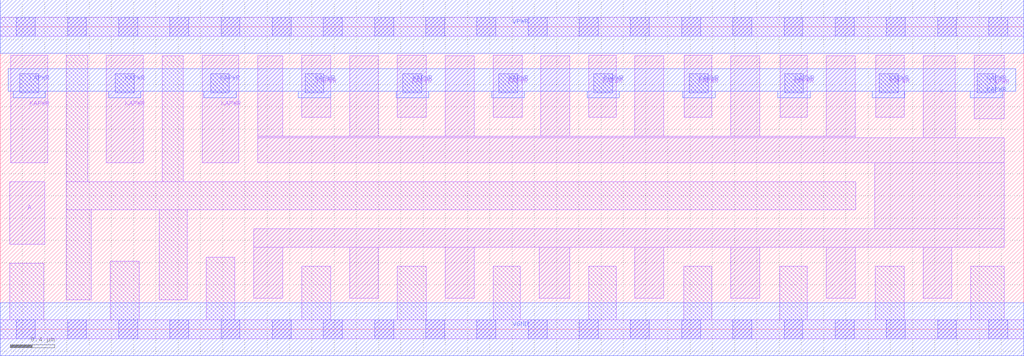
<source format=lef>
# Copyright 2020 The SkyWater PDK Authors
#
# Licensed under the Apache License, Version 2.0 (the "License");
# you may not use this file except in compliance with the License.
# You may obtain a copy of the License at
#
#     https://www.apache.org/licenses/LICENSE-2.0
#
# Unless required by applicable law or agreed to in writing, software
# distributed under the License is distributed on an "AS IS" BASIS,
# WITHOUT WARRANTIES OR CONDITIONS OF ANY KIND, either express or implied.
# See the License for the specific language governing permissions and
# limitations under the License.
#
# SPDX-License-Identifier: Apache-2.0

VERSION 5.7 ;
  NAMESCASESENSITIVE ON ;
  NOWIREEXTENSIONATPIN ON ;
  DIVIDERCHAR "/" ;
  BUSBITCHARS "[]" ;
UNITS
  DATABASE MICRONS 200 ;
END UNITS
MACRO sky130_fd_sc_hd__lpflow_clkbufkapwr_16
  CLASS CORE ;
  FOREIGN sky130_fd_sc_hd__lpflow_clkbufkapwr_16 ;
  ORIGIN  0.000000  0.000000 ;
  SIZE  9.200000 BY  2.720000 ;
  SYMMETRY X Y R90 ;
  SITE unithd ;
  PIN A
    ANTENNAGATEAREA  0.852000 ;
    DIRECTION INPUT ;
    USE SIGNAL ;
    PORT
      LAYER li1 ;
        RECT 0.085000 0.765000 0.400000 1.325000 ;
    END
  END A
  PIN X
    ANTENNADIFFAREA  3.180800 ;
    DIRECTION OUTPUT ;
    USE SIGNAL ;
    PORT
      LAYER li1 ;
        RECT 2.280000 0.280000 2.540000 0.735000 ;
        RECT 2.280000 0.735000 9.025000 0.905000 ;
        RECT 2.315000 1.495000 9.025000 1.720000 ;
        RECT 2.315000 1.720000 7.685000 1.735000 ;
        RECT 2.315000 1.735000 2.540000 2.460000 ;
        RECT 3.140000 0.280000 3.400000 0.735000 ;
        RECT 3.140000 1.735000 3.400000 2.460000 ;
        RECT 4.000000 0.280000 4.260000 0.735000 ;
        RECT 4.000000 1.735000 4.260000 2.460000 ;
        RECT 4.845000 0.280000 5.120000 0.735000 ;
        RECT 4.860000 1.735000 5.120000 2.460000 ;
        RECT 5.705000 0.280000 5.965000 0.735000 ;
        RECT 5.705000 1.735000 5.965000 2.460000 ;
        RECT 6.565000 0.280000 6.825000 0.735000 ;
        RECT 6.565000 1.735000 6.825000 2.460000 ;
        RECT 7.425000 0.280000 7.685000 0.735000 ;
        RECT 7.425000 1.735000 7.685000 2.460000 ;
        RECT 7.860000 0.905000 9.025000 1.495000 ;
        RECT 8.295000 0.280000 8.555000 0.735000 ;
        RECT 8.295000 1.720000 8.585000 2.460000 ;
    END
  END X
  PIN KAPWR
    DIRECTION INOUT ;
    SHAPE ABUTMENT ;
    USE POWER ;
    PORT
      LAYER li1 ;
        RECT 0.095000 1.495000 0.425000 2.465000 ;
      LAYER mcon ;
        RECT 0.175000 2.125000 0.345000 2.295000 ;
    END
    PORT
      LAYER li1 ;
        RECT 0.955000 1.495000 1.285000 2.465000 ;
      LAYER mcon ;
        RECT 1.035000 2.125000 1.205000 2.295000 ;
    END
    PORT
      LAYER li1 ;
        RECT 1.815000 1.495000 2.145000 2.465000 ;
      LAYER mcon ;
        RECT 1.890000 2.125000 2.060000 2.295000 ;
    END
    PORT
      LAYER li1 ;
        RECT 2.710000 1.905000 2.970000 2.465000 ;
      LAYER mcon ;
        RECT 2.740000 2.125000 2.910000 2.295000 ;
    END
    PORT
      LAYER li1 ;
        RECT 3.570000 1.905000 3.830000 2.465000 ;
      LAYER mcon ;
        RECT 3.620000 2.125000 3.790000 2.295000 ;
    END
    PORT
      LAYER li1 ;
        RECT 4.430000 1.905000 4.690000 2.465000 ;
      LAYER mcon ;
        RECT 4.480000 2.125000 4.650000 2.295000 ;
    END
    PORT
      LAYER li1 ;
        RECT 5.290000 1.905000 5.535000 2.465000 ;
      LAYER mcon ;
        RECT 5.335000 2.125000 5.505000 2.295000 ;
    END
    PORT
      LAYER li1 ;
        RECT 6.150000 1.905000 6.395000 2.465000 ;
      LAYER mcon ;
        RECT 6.195000 2.125000 6.365000 2.295000 ;
    END
    PORT
      LAYER li1 ;
        RECT 7.010000 1.905000 7.255000 2.465000 ;
      LAYER mcon ;
        RECT 7.050000 2.125000 7.220000 2.295000 ;
    END
    PORT
      LAYER li1 ;
        RECT 7.870000 1.905000 8.125000 2.465000 ;
      LAYER mcon ;
        RECT 7.900000 2.125000 8.070000 2.295000 ;
    END
    PORT
      LAYER li1 ;
        RECT 8.755000 1.890000 9.025000 2.465000 ;
      LAYER mcon ;
        RECT 8.780000 2.125000 8.950000 2.295000 ;
    END
    PORT
      LAYER met1 ;
        RECT 0.070000 2.140000 9.130000 2.340000 ;
        RECT 0.115000 2.080000 0.405000 2.140000 ;
        RECT 0.975000 2.080000 1.265000 2.140000 ;
        RECT 1.830000 2.080000 2.120000 2.140000 ;
        RECT 2.680000 2.080000 2.970000 2.140000 ;
        RECT 3.560000 2.080000 3.850000 2.140000 ;
        RECT 4.420000 2.080000 4.710000 2.140000 ;
        RECT 5.275000 2.080000 5.565000 2.140000 ;
        RECT 6.135000 2.080000 6.425000 2.140000 ;
        RECT 6.990000 2.080000 7.280000 2.140000 ;
        RECT 7.840000 2.080000 8.130000 2.140000 ;
        RECT 8.720000 2.080000 9.010000 2.140000 ;
    END
  END KAPWR
  PIN VGND
    DIRECTION INOUT ;
    SHAPE ABUTMENT ;
    USE GROUND ;
    PORT
      LAYER met1 ;
        RECT 0.000000 -0.240000 9.200000 0.240000 ;
    END
  END VGND
  PIN VPWR
    DIRECTION INOUT ;
    SHAPE ABUTMENT ;
    USE POWER ;
    PORT
      LAYER met1 ;
        RECT 0.000000 2.480000 9.200000 2.960000 ;
    END
  END VPWR
  OBS
    LAYER li1 ;
      RECT 0.000000 -0.085000 9.200000 0.085000 ;
      RECT 0.000000  2.635000 9.200000 2.805000 ;
      RECT 0.085000  0.085000 0.390000 0.595000 ;
      RECT 0.595000  0.265000 0.820000 1.075000 ;
      RECT 0.595000  1.075000 7.690000 1.325000 ;
      RECT 0.595000  1.325000 0.785000 2.465000 ;
      RECT 0.990000  0.085000 1.250000 0.610000 ;
      RECT 1.430000  0.265000 1.680000 1.075000 ;
      RECT 1.455000  1.325000 1.645000 2.460000 ;
      RECT 1.850000  0.085000 2.110000 0.645000 ;
      RECT 2.710000  0.085000 2.970000 0.565000 ;
      RECT 3.570000  0.085000 3.830000 0.565000 ;
      RECT 4.430000  0.085000 4.675000 0.565000 ;
      RECT 5.290000  0.085000 5.535000 0.565000 ;
      RECT 6.145000  0.085000 6.395000 0.565000 ;
      RECT 7.005000  0.085000 7.255000 0.565000 ;
      RECT 7.865000  0.085000 8.125000 0.565000 ;
      RECT 8.725000  0.085000 9.025000 0.565000 ;
    LAYER mcon ;
      RECT 0.145000 -0.085000 0.315000 0.085000 ;
      RECT 0.145000  2.635000 0.315000 2.805000 ;
      RECT 0.605000 -0.085000 0.775000 0.085000 ;
      RECT 0.605000  2.635000 0.775000 2.805000 ;
      RECT 1.065000 -0.085000 1.235000 0.085000 ;
      RECT 1.065000  2.635000 1.235000 2.805000 ;
      RECT 1.525000 -0.085000 1.695000 0.085000 ;
      RECT 1.525000  2.635000 1.695000 2.805000 ;
      RECT 1.985000 -0.085000 2.155000 0.085000 ;
      RECT 1.985000  2.635000 2.155000 2.805000 ;
      RECT 2.445000 -0.085000 2.615000 0.085000 ;
      RECT 2.445000  2.635000 2.615000 2.805000 ;
      RECT 2.905000 -0.085000 3.075000 0.085000 ;
      RECT 2.905000  2.635000 3.075000 2.805000 ;
      RECT 3.365000 -0.085000 3.535000 0.085000 ;
      RECT 3.365000  2.635000 3.535000 2.805000 ;
      RECT 3.825000 -0.085000 3.995000 0.085000 ;
      RECT 3.825000  2.635000 3.995000 2.805000 ;
      RECT 4.285000 -0.085000 4.455000 0.085000 ;
      RECT 4.285000  2.635000 4.455000 2.805000 ;
      RECT 4.745000 -0.085000 4.915000 0.085000 ;
      RECT 4.745000  2.635000 4.915000 2.805000 ;
      RECT 5.205000 -0.085000 5.375000 0.085000 ;
      RECT 5.205000  2.635000 5.375000 2.805000 ;
      RECT 5.665000 -0.085000 5.835000 0.085000 ;
      RECT 5.665000  2.635000 5.835000 2.805000 ;
      RECT 6.125000 -0.085000 6.295000 0.085000 ;
      RECT 6.125000  2.635000 6.295000 2.805000 ;
      RECT 6.585000 -0.085000 6.755000 0.085000 ;
      RECT 6.585000  2.635000 6.755000 2.805000 ;
      RECT 7.045000 -0.085000 7.215000 0.085000 ;
      RECT 7.045000  2.635000 7.215000 2.805000 ;
      RECT 7.505000 -0.085000 7.675000 0.085000 ;
      RECT 7.505000  2.635000 7.675000 2.805000 ;
      RECT 7.965000 -0.085000 8.135000 0.085000 ;
      RECT 7.965000  2.635000 8.135000 2.805000 ;
      RECT 8.425000 -0.085000 8.595000 0.085000 ;
      RECT 8.425000  2.635000 8.595000 2.805000 ;
      RECT 8.885000 -0.085000 9.055000 0.085000 ;
      RECT 8.885000  2.635000 9.055000 2.805000 ;
  END
END sky130_fd_sc_hd__lpflow_clkbufkapwr_16
END LIBRARY

</source>
